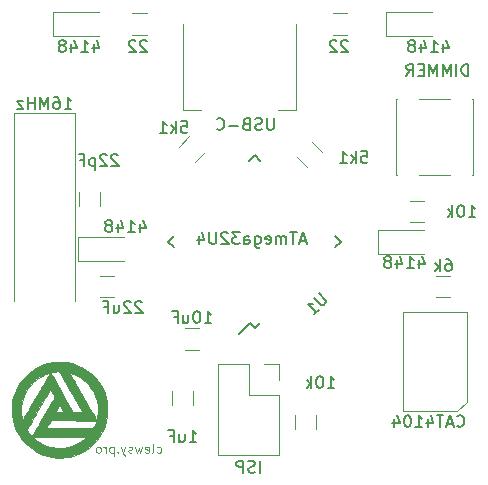
<source format=gbr>
G04 #@! TF.GenerationSoftware,KiCad,Pcbnew,5.1.5+dfsg1-2build2*
G04 #@! TF.CreationDate,2020-07-26T19:57:25+10:00*
G04 #@! TF.ProjectId,macr0,6d616372-302e-46b6-9963-61645f706362,rev?*
G04 #@! TF.SameCoordinates,Original*
G04 #@! TF.FileFunction,Legend,Bot*
G04 #@! TF.FilePolarity,Positive*
%FSLAX46Y46*%
G04 Gerber Fmt 4.6, Leading zero omitted, Abs format (unit mm)*
G04 Created by KiCad (PCBNEW 5.1.5+dfsg1-2build2) date 2020-07-26 19:57:25*
%MOMM*%
%LPD*%
G04 APERTURE LIST*
%ADD10C,0.125000*%
%ADD11C,0.010000*%
%ADD12C,0.120000*%
%ADD13C,0.150000*%
G04 APERTURE END LIST*
D10*
X129410714Y-117651571D02*
X129482142Y-117687285D01*
X129625000Y-117687285D01*
X129696428Y-117651571D01*
X129732142Y-117615857D01*
X129767857Y-117544428D01*
X129767857Y-117330142D01*
X129732142Y-117258714D01*
X129696428Y-117223000D01*
X129625000Y-117187285D01*
X129482142Y-117187285D01*
X129410714Y-117223000D01*
X128982142Y-117687285D02*
X129053571Y-117651571D01*
X129089285Y-117580142D01*
X129089285Y-116937285D01*
X128410714Y-117651571D02*
X128482142Y-117687285D01*
X128625000Y-117687285D01*
X128696428Y-117651571D01*
X128732142Y-117580142D01*
X128732142Y-117294428D01*
X128696428Y-117223000D01*
X128625000Y-117187285D01*
X128482142Y-117187285D01*
X128410714Y-117223000D01*
X128375000Y-117294428D01*
X128375000Y-117365857D01*
X128732142Y-117437285D01*
X128125000Y-117187285D02*
X127982142Y-117687285D01*
X127839285Y-117330142D01*
X127696428Y-117687285D01*
X127553571Y-117187285D01*
X127303571Y-117651571D02*
X127232142Y-117687285D01*
X127089285Y-117687285D01*
X127017857Y-117651571D01*
X126982142Y-117580142D01*
X126982142Y-117544428D01*
X127017857Y-117473000D01*
X127089285Y-117437285D01*
X127196428Y-117437285D01*
X127267857Y-117401571D01*
X127303571Y-117330142D01*
X127303571Y-117294428D01*
X127267857Y-117223000D01*
X127196428Y-117187285D01*
X127089285Y-117187285D01*
X127017857Y-117223000D01*
X126732142Y-117187285D02*
X126553571Y-117687285D01*
X126375000Y-117187285D02*
X126553571Y-117687285D01*
X126625000Y-117865857D01*
X126660714Y-117901571D01*
X126732142Y-117937285D01*
X126089285Y-117615857D02*
X126053571Y-117651571D01*
X126089285Y-117687285D01*
X126125000Y-117651571D01*
X126089285Y-117615857D01*
X126089285Y-117687285D01*
X125732142Y-117187285D02*
X125732142Y-117937285D01*
X125732142Y-117223000D02*
X125660714Y-117187285D01*
X125517857Y-117187285D01*
X125446428Y-117223000D01*
X125410714Y-117258714D01*
X125375000Y-117330142D01*
X125375000Y-117544428D01*
X125410714Y-117615857D01*
X125446428Y-117651571D01*
X125517857Y-117687285D01*
X125660714Y-117687285D01*
X125732142Y-117651571D01*
X125053571Y-117687285D02*
X125053571Y-117187285D01*
X125053571Y-117330142D02*
X125017857Y-117258714D01*
X124982142Y-117223000D01*
X124910714Y-117187285D01*
X124839285Y-117187285D01*
X124482142Y-117687285D02*
X124553571Y-117651571D01*
X124589285Y-117615857D01*
X124625000Y-117544428D01*
X124625000Y-117330142D01*
X124589285Y-117258714D01*
X124553571Y-117223000D01*
X124482142Y-117187285D01*
X124375000Y-117187285D01*
X124303571Y-117223000D01*
X124267857Y-117258714D01*
X124232142Y-117330142D01*
X124232142Y-117544428D01*
X124267857Y-117615857D01*
X124303571Y-117651571D01*
X124375000Y-117687285D01*
X124482142Y-117687285D01*
D11*
G36*
X120597640Y-110027533D02*
G01*
X120204791Y-110102179D01*
X119817960Y-110215889D01*
X119489954Y-110345898D01*
X119140320Y-110523894D01*
X118809197Y-110736587D01*
X118499530Y-110981133D01*
X118214262Y-111254688D01*
X117956338Y-111554408D01*
X117728702Y-111877451D01*
X117534297Y-112220972D01*
X117521041Y-112247680D01*
X117360946Y-112617618D01*
X117239695Y-112994361D01*
X117156561Y-113375456D01*
X117110814Y-113758452D01*
X117101727Y-114140899D01*
X117128571Y-114520345D01*
X117190619Y-114894340D01*
X117287142Y-115260431D01*
X117417413Y-115616169D01*
X117580703Y-115959103D01*
X117776284Y-116286780D01*
X118003427Y-116596750D01*
X118261406Y-116886563D01*
X118549491Y-117153767D01*
X118866954Y-117395910D01*
X119093714Y-117541701D01*
X119430641Y-117720286D01*
X119788251Y-117866326D01*
X120161439Y-117978688D01*
X120545101Y-118056238D01*
X120934132Y-118097841D01*
X121323427Y-118102364D01*
X121549829Y-118087310D01*
X121944382Y-118029330D01*
X122327260Y-117933598D01*
X122696216Y-117801891D01*
X123049005Y-117635987D01*
X123383383Y-117437663D01*
X123697103Y-117208698D01*
X123987920Y-116950869D01*
X124253590Y-116665955D01*
X124491866Y-116355732D01*
X124513052Y-116321840D01*
X123462408Y-116321840D01*
X123382084Y-116405049D01*
X123257492Y-116519533D01*
X123102259Y-116639096D01*
X122925057Y-116758513D01*
X122734557Y-116872561D01*
X122539431Y-116976015D01*
X122348350Y-117063650D01*
X122188502Y-117124178D01*
X121852244Y-117216201D01*
X121506906Y-117272138D01*
X121160020Y-117291137D01*
X120850273Y-117275699D01*
X120579212Y-117238622D01*
X120328083Y-117183168D01*
X120083880Y-117105530D01*
X119833593Y-117001901D01*
X119704664Y-116940418D01*
X119550452Y-116857465D01*
X119390863Y-116759915D01*
X119235567Y-116654485D01*
X119094236Y-116547894D01*
X118976541Y-116446859D01*
X118933917Y-116405049D01*
X118853593Y-116321840D01*
X123462408Y-116321840D01*
X124513052Y-116321840D01*
X124700503Y-116021979D01*
X124877256Y-115666473D01*
X124997746Y-115357303D01*
X125108665Y-114973089D01*
X125109785Y-114967000D01*
X124266960Y-114967000D01*
X124259547Y-114998460D01*
X124239628Y-115058191D01*
X124210688Y-115137103D01*
X124176209Y-115226104D01*
X124139674Y-115316102D01*
X124104568Y-115398007D01*
X124087226Y-115436106D01*
X124005437Y-115610640D01*
X122022919Y-115610640D01*
X121742865Y-115610525D01*
X121474597Y-115610191D01*
X121220869Y-115609655D01*
X120984434Y-115608931D01*
X120768047Y-115608036D01*
X120574462Y-115606986D01*
X120406434Y-115605797D01*
X120266716Y-115604485D01*
X120158063Y-115603065D01*
X120083228Y-115601553D01*
X120044967Y-115599965D01*
X120040400Y-115599187D01*
X120050234Y-115578831D01*
X120077540Y-115529331D01*
X120119023Y-115456478D01*
X120171391Y-115366061D01*
X120225335Y-115274067D01*
X120410269Y-114960400D01*
X122338615Y-114960400D01*
X122614740Y-114960467D01*
X122879042Y-114960665D01*
X123128728Y-114960982D01*
X123361005Y-114961410D01*
X123573080Y-114961939D01*
X123762161Y-114962559D01*
X123925455Y-114963261D01*
X124060170Y-114964035D01*
X124163513Y-114964872D01*
X124232691Y-114965762D01*
X124264911Y-114966695D01*
X124266960Y-114967000D01*
X125109785Y-114967000D01*
X125180286Y-114583942D01*
X125213218Y-114192598D01*
X125212481Y-114136624D01*
X124401631Y-114136624D01*
X124392286Y-114297434D01*
X124379165Y-114421236D01*
X124363209Y-114542516D01*
X124345566Y-114655204D01*
X124327390Y-114753229D01*
X124309828Y-114830520D01*
X124294033Y-114881005D01*
X124281154Y-114898613D01*
X124278619Y-114897268D01*
X124267653Y-114878966D01*
X124237682Y-114827691D01*
X124189998Y-114745679D01*
X124125895Y-114635165D01*
X124046666Y-114498385D01*
X123953603Y-114337572D01*
X123889380Y-114226517D01*
X123075052Y-114226517D01*
X123070136Y-114235580D01*
X123050504Y-114241687D01*
X123011123Y-114245254D01*
X122946959Y-114246697D01*
X122852978Y-114246432D01*
X122724146Y-114244877D01*
X122701741Y-114244562D01*
X122313178Y-114239040D01*
X122311002Y-114235272D01*
X121483120Y-114235272D01*
X121463935Y-114239974D01*
X121410912Y-114243999D01*
X121330852Y-114247054D01*
X121230556Y-114248848D01*
X121158000Y-114249200D01*
X121048227Y-114248378D01*
X120954284Y-114246106D01*
X120882974Y-114242677D01*
X120841096Y-114238380D01*
X120832880Y-114235272D01*
X120842565Y-114211322D01*
X120868756Y-114160946D01*
X120907163Y-114091470D01*
X120953496Y-114010221D01*
X121003461Y-113924524D01*
X121052768Y-113841706D01*
X121097126Y-113769091D01*
X121132243Y-113714008D01*
X121153827Y-113683781D01*
X121158000Y-113680240D01*
X121172030Y-113696772D01*
X121201538Y-113741485D01*
X121242235Y-113807053D01*
X121289828Y-113886149D01*
X121340026Y-113971448D01*
X121388539Y-114055623D01*
X121431074Y-114131349D01*
X121463340Y-114191299D01*
X121481046Y-114228148D01*
X121483120Y-114235272D01*
X122311002Y-114235272D01*
X121567268Y-112947707D01*
X120731280Y-112947707D01*
X120721390Y-112967778D01*
X120692830Y-113020124D01*
X120647268Y-113101838D01*
X120586371Y-113210008D01*
X120511806Y-113341727D01*
X120425241Y-113494083D01*
X120328342Y-113664169D01*
X120222777Y-113849074D01*
X120110213Y-114045889D01*
X119992317Y-114251704D01*
X119870756Y-114463610D01*
X119747199Y-114678698D01*
X119623311Y-114894058D01*
X119500760Y-115106780D01*
X119381213Y-115313955D01*
X119266338Y-115512674D01*
X119157802Y-115700027D01*
X119057272Y-115873105D01*
X118966414Y-116028998D01*
X118926506Y-116097248D01*
X118814112Y-116289216D01*
X118714714Y-116178528D01*
X118656679Y-116109419D01*
X118588599Y-116021667D01*
X118522402Y-115930814D01*
X118502187Y-115901602D01*
X118452623Y-115824191D01*
X118417487Y-115760040D01*
X118400752Y-115716826D01*
X118400566Y-115705371D01*
X118412785Y-115682249D01*
X118443607Y-115627090D01*
X118491314Y-115542867D01*
X118554190Y-115432554D01*
X118630517Y-115299123D01*
X118718578Y-115145548D01*
X118816656Y-114974802D01*
X118923034Y-114789858D01*
X119035996Y-114593690D01*
X119153823Y-114389269D01*
X119274799Y-114179570D01*
X119397207Y-113967565D01*
X119519330Y-113756227D01*
X119639451Y-113548531D01*
X119755852Y-113347448D01*
X119866817Y-113155952D01*
X119970628Y-112977015D01*
X120065569Y-112813612D01*
X120149922Y-112668715D01*
X120221970Y-112545298D01*
X120279997Y-112446333D01*
X120322285Y-112374793D01*
X120347117Y-112333652D01*
X120353016Y-112324689D01*
X120366661Y-112324266D01*
X120389482Y-112346394D01*
X120423710Y-112394269D01*
X120471577Y-112471086D01*
X120535313Y-112580041D01*
X120553480Y-112611786D01*
X120611148Y-112714194D01*
X120661010Y-112805254D01*
X120699795Y-112878786D01*
X120724233Y-112928609D01*
X120731280Y-112947707D01*
X121567268Y-112947707D01*
X121350711Y-112572800D01*
X121212854Y-112333735D01*
X121081195Y-112104636D01*
X120957115Y-111887945D01*
X120841991Y-111686107D01*
X120737204Y-111501566D01*
X120644132Y-111336765D01*
X120564153Y-111194148D01*
X120498647Y-111076160D01*
X120448993Y-110985245D01*
X120416569Y-110923845D01*
X120411979Y-110914062D01*
X120341595Y-110914062D01*
X120327547Y-110941331D01*
X120294944Y-111000160D01*
X120245356Y-111087857D01*
X120180351Y-111201730D01*
X120101500Y-111339090D01*
X120010372Y-111497243D01*
X119908537Y-111673500D01*
X119797563Y-111865170D01*
X119679021Y-112069560D01*
X119554479Y-112283980D01*
X119425508Y-112505739D01*
X119293676Y-112732146D01*
X119160554Y-112960509D01*
X119027710Y-113188138D01*
X118896715Y-113412341D01*
X118769138Y-113630427D01*
X118646547Y-113839705D01*
X118530513Y-114037484D01*
X118422606Y-114221073D01*
X118324394Y-114387780D01*
X118237447Y-114534914D01*
X118163334Y-114659785D01*
X118103626Y-114759701D01*
X118059891Y-114831971D01*
X118033699Y-114873903D01*
X118026435Y-114883803D01*
X118015549Y-114857818D01*
X117999791Y-114803425D01*
X117982441Y-114732028D01*
X117981258Y-114726720D01*
X117928721Y-114401156D01*
X117911197Y-114063322D01*
X117928400Y-113721079D01*
X117980041Y-113382289D01*
X118039372Y-113141486D01*
X118155355Y-112810964D01*
X118306661Y-112495700D01*
X118490559Y-112198734D01*
X118704315Y-111923103D01*
X118945196Y-111671846D01*
X119210469Y-111448000D01*
X119497400Y-111254604D01*
X119803257Y-111094695D01*
X119928640Y-111041443D01*
X120048005Y-110995491D01*
X120153747Y-110957686D01*
X120240697Y-110929622D01*
X120303687Y-110912893D01*
X120337548Y-110909092D01*
X120341595Y-110914062D01*
X120411979Y-110914062D01*
X120402756Y-110894406D01*
X120402453Y-110892165D01*
X120431505Y-110880135D01*
X120491965Y-110865886D01*
X120574759Y-110850803D01*
X120670814Y-110836269D01*
X120771059Y-110823667D01*
X120866420Y-110814382D01*
X120941272Y-110809983D01*
X121100463Y-110804960D01*
X122075365Y-112491520D01*
X122214796Y-112732747D01*
X122348677Y-112964398D01*
X122475578Y-113184000D01*
X122594071Y-113389078D01*
X122702726Y-113577158D01*
X122800114Y-113745766D01*
X122884806Y-113892427D01*
X122955374Y-114014667D01*
X123010387Y-114110011D01*
X123048417Y-114175987D01*
X123068035Y-114210118D01*
X123070286Y-114214082D01*
X123075052Y-114226517D01*
X123889380Y-114226517D01*
X123848000Y-114154964D01*
X123731149Y-113952794D01*
X123604344Y-113733299D01*
X123468877Y-113498714D01*
X123326041Y-113251273D01*
X123177130Y-112993213D01*
X123129734Y-112911057D01*
X122979404Y-112650210D01*
X122835047Y-112399238D01*
X122697934Y-112160376D01*
X122569337Y-111935859D01*
X122450526Y-111727925D01*
X122342773Y-111538808D01*
X122247348Y-111370744D01*
X122165524Y-111225970D01*
X122098570Y-111106721D01*
X122047759Y-111015233D01*
X122014361Y-110953742D01*
X121999648Y-110924484D01*
X121999087Y-110922300D01*
X122024496Y-110922070D01*
X122079968Y-110935687D01*
X122158383Y-110960606D01*
X122252617Y-110994280D01*
X122355547Y-111034164D01*
X122460051Y-111077711D01*
X122559006Y-111122377D01*
X122559510Y-111122616D01*
X122865011Y-111289361D01*
X123150269Y-111489480D01*
X123412738Y-111719760D01*
X123649869Y-111976990D01*
X123859113Y-112257957D01*
X124037924Y-112559448D01*
X124183754Y-112878253D01*
X124294053Y-113211158D01*
X124328928Y-113353305D01*
X124373160Y-113608418D01*
X124397777Y-113875220D01*
X124401631Y-114136624D01*
X125212481Y-114136624D01*
X125208071Y-113801796D01*
X125165455Y-113414271D01*
X125085982Y-113032760D01*
X124970262Y-112660001D01*
X124818904Y-112298731D01*
X124632519Y-111951686D01*
X124411718Y-111621604D01*
X124157111Y-111311221D01*
X124076071Y-111224276D01*
X123863690Y-111021990D01*
X123622585Y-110825436D01*
X123364572Y-110643180D01*
X123101469Y-110483789D01*
X122936000Y-110397798D01*
X122561462Y-110238884D01*
X122177392Y-110118800D01*
X121786384Y-110037583D01*
X121391028Y-109995274D01*
X120993916Y-109991911D01*
X120597640Y-110027533D01*
G37*
X120597640Y-110027533D02*
X120204791Y-110102179D01*
X119817960Y-110215889D01*
X119489954Y-110345898D01*
X119140320Y-110523894D01*
X118809197Y-110736587D01*
X118499530Y-110981133D01*
X118214262Y-111254688D01*
X117956338Y-111554408D01*
X117728702Y-111877451D01*
X117534297Y-112220972D01*
X117521041Y-112247680D01*
X117360946Y-112617618D01*
X117239695Y-112994361D01*
X117156561Y-113375456D01*
X117110814Y-113758452D01*
X117101727Y-114140899D01*
X117128571Y-114520345D01*
X117190619Y-114894340D01*
X117287142Y-115260431D01*
X117417413Y-115616169D01*
X117580703Y-115959103D01*
X117776284Y-116286780D01*
X118003427Y-116596750D01*
X118261406Y-116886563D01*
X118549491Y-117153767D01*
X118866954Y-117395910D01*
X119093714Y-117541701D01*
X119430641Y-117720286D01*
X119788251Y-117866326D01*
X120161439Y-117978688D01*
X120545101Y-118056238D01*
X120934132Y-118097841D01*
X121323427Y-118102364D01*
X121549829Y-118087310D01*
X121944382Y-118029330D01*
X122327260Y-117933598D01*
X122696216Y-117801891D01*
X123049005Y-117635987D01*
X123383383Y-117437663D01*
X123697103Y-117208698D01*
X123987920Y-116950869D01*
X124253590Y-116665955D01*
X124491866Y-116355732D01*
X124513052Y-116321840D01*
X123462408Y-116321840D01*
X123382084Y-116405049D01*
X123257492Y-116519533D01*
X123102259Y-116639096D01*
X122925057Y-116758513D01*
X122734557Y-116872561D01*
X122539431Y-116976015D01*
X122348350Y-117063650D01*
X122188502Y-117124178D01*
X121852244Y-117216201D01*
X121506906Y-117272138D01*
X121160020Y-117291137D01*
X120850273Y-117275699D01*
X120579212Y-117238622D01*
X120328083Y-117183168D01*
X120083880Y-117105530D01*
X119833593Y-117001901D01*
X119704664Y-116940418D01*
X119550452Y-116857465D01*
X119390863Y-116759915D01*
X119235567Y-116654485D01*
X119094236Y-116547894D01*
X118976541Y-116446859D01*
X118933917Y-116405049D01*
X118853593Y-116321840D01*
X123462408Y-116321840D01*
X124513052Y-116321840D01*
X124700503Y-116021979D01*
X124877256Y-115666473D01*
X124997746Y-115357303D01*
X125108665Y-114973089D01*
X125109785Y-114967000D01*
X124266960Y-114967000D01*
X124259547Y-114998460D01*
X124239628Y-115058191D01*
X124210688Y-115137103D01*
X124176209Y-115226104D01*
X124139674Y-115316102D01*
X124104568Y-115398007D01*
X124087226Y-115436106D01*
X124005437Y-115610640D01*
X122022919Y-115610640D01*
X121742865Y-115610525D01*
X121474597Y-115610191D01*
X121220869Y-115609655D01*
X120984434Y-115608931D01*
X120768047Y-115608036D01*
X120574462Y-115606986D01*
X120406434Y-115605797D01*
X120266716Y-115604485D01*
X120158063Y-115603065D01*
X120083228Y-115601553D01*
X120044967Y-115599965D01*
X120040400Y-115599187D01*
X120050234Y-115578831D01*
X120077540Y-115529331D01*
X120119023Y-115456478D01*
X120171391Y-115366061D01*
X120225335Y-115274067D01*
X120410269Y-114960400D01*
X122338615Y-114960400D01*
X122614740Y-114960467D01*
X122879042Y-114960665D01*
X123128728Y-114960982D01*
X123361005Y-114961410D01*
X123573080Y-114961939D01*
X123762161Y-114962559D01*
X123925455Y-114963261D01*
X124060170Y-114964035D01*
X124163513Y-114964872D01*
X124232691Y-114965762D01*
X124264911Y-114966695D01*
X124266960Y-114967000D01*
X125109785Y-114967000D01*
X125180286Y-114583942D01*
X125213218Y-114192598D01*
X125212481Y-114136624D01*
X124401631Y-114136624D01*
X124392286Y-114297434D01*
X124379165Y-114421236D01*
X124363209Y-114542516D01*
X124345566Y-114655204D01*
X124327390Y-114753229D01*
X124309828Y-114830520D01*
X124294033Y-114881005D01*
X124281154Y-114898613D01*
X124278619Y-114897268D01*
X124267653Y-114878966D01*
X124237682Y-114827691D01*
X124189998Y-114745679D01*
X124125895Y-114635165D01*
X124046666Y-114498385D01*
X123953603Y-114337572D01*
X123889380Y-114226517D01*
X123075052Y-114226517D01*
X123070136Y-114235580D01*
X123050504Y-114241687D01*
X123011123Y-114245254D01*
X122946959Y-114246697D01*
X122852978Y-114246432D01*
X122724146Y-114244877D01*
X122701741Y-114244562D01*
X122313178Y-114239040D01*
X122311002Y-114235272D01*
X121483120Y-114235272D01*
X121463935Y-114239974D01*
X121410912Y-114243999D01*
X121330852Y-114247054D01*
X121230556Y-114248848D01*
X121158000Y-114249200D01*
X121048227Y-114248378D01*
X120954284Y-114246106D01*
X120882974Y-114242677D01*
X120841096Y-114238380D01*
X120832880Y-114235272D01*
X120842565Y-114211322D01*
X120868756Y-114160946D01*
X120907163Y-114091470D01*
X120953496Y-114010221D01*
X121003461Y-113924524D01*
X121052768Y-113841706D01*
X121097126Y-113769091D01*
X121132243Y-113714008D01*
X121153827Y-113683781D01*
X121158000Y-113680240D01*
X121172030Y-113696772D01*
X121201538Y-113741485D01*
X121242235Y-113807053D01*
X121289828Y-113886149D01*
X121340026Y-113971448D01*
X121388539Y-114055623D01*
X121431074Y-114131349D01*
X121463340Y-114191299D01*
X121481046Y-114228148D01*
X121483120Y-114235272D01*
X122311002Y-114235272D01*
X121567268Y-112947707D01*
X120731280Y-112947707D01*
X120721390Y-112967778D01*
X120692830Y-113020124D01*
X120647268Y-113101838D01*
X120586371Y-113210008D01*
X120511806Y-113341727D01*
X120425241Y-113494083D01*
X120328342Y-113664169D01*
X120222777Y-113849074D01*
X120110213Y-114045889D01*
X119992317Y-114251704D01*
X119870756Y-114463610D01*
X119747199Y-114678698D01*
X119623311Y-114894058D01*
X119500760Y-115106780D01*
X119381213Y-115313955D01*
X119266338Y-115512674D01*
X119157802Y-115700027D01*
X119057272Y-115873105D01*
X118966414Y-116028998D01*
X118926506Y-116097248D01*
X118814112Y-116289216D01*
X118714714Y-116178528D01*
X118656679Y-116109419D01*
X118588599Y-116021667D01*
X118522402Y-115930814D01*
X118502187Y-115901602D01*
X118452623Y-115824191D01*
X118417487Y-115760040D01*
X118400752Y-115716826D01*
X118400566Y-115705371D01*
X118412785Y-115682249D01*
X118443607Y-115627090D01*
X118491314Y-115542867D01*
X118554190Y-115432554D01*
X118630517Y-115299123D01*
X118718578Y-115145548D01*
X118816656Y-114974802D01*
X118923034Y-114789858D01*
X119035996Y-114593690D01*
X119153823Y-114389269D01*
X119274799Y-114179570D01*
X119397207Y-113967565D01*
X119519330Y-113756227D01*
X119639451Y-113548531D01*
X119755852Y-113347448D01*
X119866817Y-113155952D01*
X119970628Y-112977015D01*
X120065569Y-112813612D01*
X120149922Y-112668715D01*
X120221970Y-112545298D01*
X120279997Y-112446333D01*
X120322285Y-112374793D01*
X120347117Y-112333652D01*
X120353016Y-112324689D01*
X120366661Y-112324266D01*
X120389482Y-112346394D01*
X120423710Y-112394269D01*
X120471577Y-112471086D01*
X120535313Y-112580041D01*
X120553480Y-112611786D01*
X120611148Y-112714194D01*
X120661010Y-112805254D01*
X120699795Y-112878786D01*
X120724233Y-112928609D01*
X120731280Y-112947707D01*
X121567268Y-112947707D01*
X121350711Y-112572800D01*
X121212854Y-112333735D01*
X121081195Y-112104636D01*
X120957115Y-111887945D01*
X120841991Y-111686107D01*
X120737204Y-111501566D01*
X120644132Y-111336765D01*
X120564153Y-111194148D01*
X120498647Y-111076160D01*
X120448993Y-110985245D01*
X120416569Y-110923845D01*
X120411979Y-110914062D01*
X120341595Y-110914062D01*
X120327547Y-110941331D01*
X120294944Y-111000160D01*
X120245356Y-111087857D01*
X120180351Y-111201730D01*
X120101500Y-111339090D01*
X120010372Y-111497243D01*
X119908537Y-111673500D01*
X119797563Y-111865170D01*
X119679021Y-112069560D01*
X119554479Y-112283980D01*
X119425508Y-112505739D01*
X119293676Y-112732146D01*
X119160554Y-112960509D01*
X119027710Y-113188138D01*
X118896715Y-113412341D01*
X118769138Y-113630427D01*
X118646547Y-113839705D01*
X118530513Y-114037484D01*
X118422606Y-114221073D01*
X118324394Y-114387780D01*
X118237447Y-114534914D01*
X118163334Y-114659785D01*
X118103626Y-114759701D01*
X118059891Y-114831971D01*
X118033699Y-114873903D01*
X118026435Y-114883803D01*
X118015549Y-114857818D01*
X117999791Y-114803425D01*
X117982441Y-114732028D01*
X117981258Y-114726720D01*
X117928721Y-114401156D01*
X117911197Y-114063322D01*
X117928400Y-113721079D01*
X117980041Y-113382289D01*
X118039372Y-113141486D01*
X118155355Y-112810964D01*
X118306661Y-112495700D01*
X118490559Y-112198734D01*
X118704315Y-111923103D01*
X118945196Y-111671846D01*
X119210469Y-111448000D01*
X119497400Y-111254604D01*
X119803257Y-111094695D01*
X119928640Y-111041443D01*
X120048005Y-110995491D01*
X120153747Y-110957686D01*
X120240697Y-110929622D01*
X120303687Y-110912893D01*
X120337548Y-110909092D01*
X120341595Y-110914062D01*
X120411979Y-110914062D01*
X120402756Y-110894406D01*
X120402453Y-110892165D01*
X120431505Y-110880135D01*
X120491965Y-110865886D01*
X120574759Y-110850803D01*
X120670814Y-110836269D01*
X120771059Y-110823667D01*
X120866420Y-110814382D01*
X120941272Y-110809983D01*
X121100463Y-110804960D01*
X122075365Y-112491520D01*
X122214796Y-112732747D01*
X122348677Y-112964398D01*
X122475578Y-113184000D01*
X122594071Y-113389078D01*
X122702726Y-113577158D01*
X122800114Y-113745766D01*
X122884806Y-113892427D01*
X122955374Y-114014667D01*
X123010387Y-114110011D01*
X123048417Y-114175987D01*
X123068035Y-114210118D01*
X123070286Y-114214082D01*
X123075052Y-114226517D01*
X123889380Y-114226517D01*
X123848000Y-114154964D01*
X123731149Y-113952794D01*
X123604344Y-113733299D01*
X123468877Y-113498714D01*
X123326041Y-113251273D01*
X123177130Y-112993213D01*
X123129734Y-112911057D01*
X122979404Y-112650210D01*
X122835047Y-112399238D01*
X122697934Y-112160376D01*
X122569337Y-111935859D01*
X122450526Y-111727925D01*
X122342773Y-111538808D01*
X122247348Y-111370744D01*
X122165524Y-111225970D01*
X122098570Y-111106721D01*
X122047759Y-111015233D01*
X122014361Y-110953742D01*
X121999648Y-110924484D01*
X121999087Y-110922300D01*
X122024496Y-110922070D01*
X122079968Y-110935687D01*
X122158383Y-110960606D01*
X122252617Y-110994280D01*
X122355547Y-111034164D01*
X122460051Y-111077711D01*
X122559006Y-111122377D01*
X122559510Y-111122616D01*
X122865011Y-111289361D01*
X123150269Y-111489480D01*
X123412738Y-111719760D01*
X123649869Y-111976990D01*
X123859113Y-112257957D01*
X124037924Y-112559448D01*
X124183754Y-112878253D01*
X124294053Y-113211158D01*
X124328928Y-113353305D01*
X124373160Y-113608418D01*
X124397777Y-113875220D01*
X124401631Y-114136624D01*
X125212481Y-114136624D01*
X125208071Y-113801796D01*
X125165455Y-113414271D01*
X125085982Y-113032760D01*
X124970262Y-112660001D01*
X124818904Y-112298731D01*
X124632519Y-111951686D01*
X124411718Y-111621604D01*
X124157111Y-111311221D01*
X124076071Y-111224276D01*
X123863690Y-111021990D01*
X123622585Y-110825436D01*
X123364572Y-110643180D01*
X123101469Y-110483789D01*
X122936000Y-110397798D01*
X122561462Y-110238884D01*
X122177392Y-110118800D01*
X121786384Y-110037583D01*
X121391028Y-109995274D01*
X120993916Y-109991911D01*
X120597640Y-110027533D01*
D12*
X122788000Y-95627436D02*
X122788000Y-96831564D01*
X124608000Y-95627436D02*
X124608000Y-96831564D01*
X124583436Y-104542000D02*
X125787564Y-104542000D01*
X124583436Y-102722000D02*
X125787564Y-102722000D01*
X132482000Y-112464436D02*
X132482000Y-113668564D01*
X130662000Y-112464436D02*
X130662000Y-113668564D01*
X131768436Y-107167000D02*
X132972564Y-107167000D01*
X131768436Y-108987000D02*
X132972564Y-108987000D01*
X120558000Y-82407000D02*
X124458000Y-82407000D01*
X120558000Y-80407000D02*
X124458000Y-80407000D01*
X120558000Y-82407000D02*
X120558000Y-80407000D01*
X148753000Y-82407000D02*
X148753000Y-80407000D01*
X148753000Y-80407000D02*
X152653000Y-80407000D01*
X148753000Y-82407000D02*
X152653000Y-82407000D01*
X122718000Y-101457000D02*
X122718000Y-99457000D01*
X122718000Y-99457000D02*
X126618000Y-99457000D01*
X122718000Y-101457000D02*
X126618000Y-101457000D01*
X148118000Y-100822000D02*
X152018000Y-100822000D01*
X148118000Y-98822000D02*
X152018000Y-98822000D01*
X148118000Y-100822000D02*
X148118000Y-98822000D01*
X139648000Y-88682000D02*
X141148000Y-88682000D01*
X141148000Y-88682000D02*
X141148000Y-81422000D01*
X131648000Y-88682000D02*
X131648000Y-81422000D01*
X131648000Y-88682000D02*
X133148000Y-88682000D01*
X142896000Y-114496436D02*
X142896000Y-115700564D01*
X141076000Y-114496436D02*
X141076000Y-115700564D01*
X150818436Y-98192000D02*
X152022564Y-98192000D01*
X150818436Y-96372000D02*
X152022564Y-96372000D01*
X131301309Y-91766077D02*
X132152756Y-90914630D01*
X132588244Y-93053012D02*
X133439691Y-92201565D01*
X143400370Y-92202435D02*
X142548923Y-91350988D01*
X142113435Y-93489370D02*
X141261988Y-92637923D01*
X127323436Y-82317000D02*
X128527564Y-82317000D01*
X127323436Y-80497000D02*
X128527564Y-80497000D01*
X145472564Y-82317000D02*
X144268436Y-82317000D01*
X145472564Y-80497000D02*
X144268436Y-80497000D01*
X153031436Y-104542000D02*
X154235564Y-104542000D01*
X153031436Y-102722000D02*
X154235564Y-102722000D01*
X149678000Y-94162000D02*
X149708000Y-94162000D01*
X156138000Y-94162000D02*
X156108000Y-94162000D01*
X156138000Y-87702000D02*
X156108000Y-87702000D01*
X149708000Y-87702000D02*
X149678000Y-87702000D01*
X151608000Y-94162000D02*
X154208000Y-94162000D01*
X149678000Y-87702000D02*
X149678000Y-94162000D01*
X151608000Y-87702000D02*
X154208000Y-87702000D01*
X156138000Y-87702000D02*
X156138000Y-94162000D01*
D13*
X137668000Y-107140555D02*
X137261414Y-106733969D01*
X144986555Y-99822000D02*
X144509258Y-99344703D01*
X137668000Y-92503445D02*
X138145297Y-92980742D01*
X130349445Y-99822000D02*
X130826742Y-100299297D01*
X137668000Y-107140555D02*
X138145297Y-106663258D01*
X130349445Y-99822000D02*
X130826742Y-99344703D01*
X137668000Y-92503445D02*
X137190703Y-92980742D01*
X144986555Y-99822000D02*
X144509258Y-100299297D01*
X137261414Y-106733969D02*
X136359852Y-107635530D01*
D12*
X154813000Y-114182000D02*
X155613000Y-113382000D01*
X155613000Y-113382000D02*
X155613000Y-105782000D01*
X155613000Y-105782000D02*
X150203000Y-105782000D01*
X150203000Y-105782000D02*
X150203000Y-114182000D01*
X150203000Y-114182000D02*
X154813000Y-114182000D01*
X117338000Y-104864500D02*
X117338000Y-88889500D01*
X117338000Y-88889500D02*
X122438000Y-88889500D01*
X122438000Y-88889500D02*
X122438000Y-104864500D01*
X139760000Y-110176000D02*
X138430000Y-110176000D01*
X139760000Y-111506000D02*
X139760000Y-110176000D01*
X137160000Y-110176000D02*
X134560000Y-110176000D01*
X137160000Y-112776000D02*
X137160000Y-110176000D01*
X139760000Y-112776000D02*
X137160000Y-112776000D01*
X134560000Y-110176000D02*
X134560000Y-117916000D01*
X139760000Y-112776000D02*
X139760000Y-117916000D01*
X139760000Y-117916000D02*
X134560000Y-117916000D01*
D13*
X126102857Y-92511619D02*
X126055238Y-92464000D01*
X125960000Y-92416380D01*
X125721904Y-92416380D01*
X125626666Y-92464000D01*
X125579047Y-92511619D01*
X125531428Y-92606857D01*
X125531428Y-92702095D01*
X125579047Y-92844952D01*
X126150476Y-93416380D01*
X125531428Y-93416380D01*
X125150476Y-92511619D02*
X125102857Y-92464000D01*
X125007619Y-92416380D01*
X124769523Y-92416380D01*
X124674285Y-92464000D01*
X124626666Y-92511619D01*
X124579047Y-92606857D01*
X124579047Y-92702095D01*
X124626666Y-92844952D01*
X125198095Y-93416380D01*
X124579047Y-93416380D01*
X124150476Y-92749714D02*
X124150476Y-93749714D01*
X124150476Y-92797333D02*
X124055238Y-92749714D01*
X123864761Y-92749714D01*
X123769523Y-92797333D01*
X123721904Y-92844952D01*
X123674285Y-92940190D01*
X123674285Y-93225904D01*
X123721904Y-93321142D01*
X123769523Y-93368761D01*
X123864761Y-93416380D01*
X124055238Y-93416380D01*
X124150476Y-93368761D01*
X122912380Y-92892571D02*
X123245714Y-92892571D01*
X123245714Y-93416380D02*
X123245714Y-92416380D01*
X122769523Y-92416380D01*
X128134857Y-104957619D02*
X128087238Y-104910000D01*
X127992000Y-104862380D01*
X127753904Y-104862380D01*
X127658666Y-104910000D01*
X127611047Y-104957619D01*
X127563428Y-105052857D01*
X127563428Y-105148095D01*
X127611047Y-105290952D01*
X128182476Y-105862380D01*
X127563428Y-105862380D01*
X127182476Y-104957619D02*
X127134857Y-104910000D01*
X127039619Y-104862380D01*
X126801523Y-104862380D01*
X126706285Y-104910000D01*
X126658666Y-104957619D01*
X126611047Y-105052857D01*
X126611047Y-105148095D01*
X126658666Y-105290952D01*
X127230095Y-105862380D01*
X126611047Y-105862380D01*
X125753904Y-105195714D02*
X125753904Y-105862380D01*
X126182476Y-105195714D02*
X126182476Y-105719523D01*
X126134857Y-105814761D01*
X126039619Y-105862380D01*
X125896761Y-105862380D01*
X125801523Y-105814761D01*
X125753904Y-105767142D01*
X124944380Y-105338571D02*
X125277714Y-105338571D01*
X125277714Y-105862380D02*
X125277714Y-104862380D01*
X124801523Y-104862380D01*
X132167238Y-116784380D02*
X132738666Y-116784380D01*
X132452952Y-116784380D02*
X132452952Y-115784380D01*
X132548190Y-115927238D01*
X132643428Y-116022476D01*
X132738666Y-116070095D01*
X131310095Y-116117714D02*
X131310095Y-116784380D01*
X131738666Y-116117714D02*
X131738666Y-116641523D01*
X131691047Y-116736761D01*
X131595809Y-116784380D01*
X131452952Y-116784380D01*
X131357714Y-116736761D01*
X131310095Y-116689142D01*
X130500571Y-116260571D02*
X130833904Y-116260571D01*
X130833904Y-116784380D02*
X130833904Y-115784380D01*
X130357714Y-115784380D01*
X133441928Y-106709380D02*
X134013357Y-106709380D01*
X133727642Y-106709380D02*
X133727642Y-105709380D01*
X133822880Y-105852238D01*
X133918119Y-105947476D01*
X134013357Y-105995095D01*
X132822880Y-105709380D02*
X132727642Y-105709380D01*
X132632404Y-105757000D01*
X132584785Y-105804619D01*
X132537166Y-105899857D01*
X132489547Y-106090333D01*
X132489547Y-106328428D01*
X132537166Y-106518904D01*
X132584785Y-106614142D01*
X132632404Y-106661761D01*
X132727642Y-106709380D01*
X132822880Y-106709380D01*
X132918119Y-106661761D01*
X132965738Y-106614142D01*
X133013357Y-106518904D01*
X133060976Y-106328428D01*
X133060976Y-106090333D01*
X133013357Y-105899857D01*
X132965738Y-105804619D01*
X132918119Y-105757000D01*
X132822880Y-105709380D01*
X131632404Y-106042714D02*
X131632404Y-106709380D01*
X132060976Y-106042714D02*
X132060976Y-106566523D01*
X132013357Y-106661761D01*
X131918119Y-106709380D01*
X131775261Y-106709380D01*
X131680023Y-106661761D01*
X131632404Y-106614142D01*
X130822880Y-106185571D02*
X131156214Y-106185571D01*
X131156214Y-106709380D02*
X131156214Y-105709380D01*
X130680023Y-105709380D01*
X124046095Y-83097714D02*
X124046095Y-83764380D01*
X124284190Y-82716761D02*
X124522285Y-83431047D01*
X123903238Y-83431047D01*
X122998476Y-83764380D02*
X123569904Y-83764380D01*
X123284190Y-83764380D02*
X123284190Y-82764380D01*
X123379428Y-82907238D01*
X123474666Y-83002476D01*
X123569904Y-83050095D01*
X122141333Y-83097714D02*
X122141333Y-83764380D01*
X122379428Y-82716761D02*
X122617523Y-83431047D01*
X121998476Y-83431047D01*
X121474666Y-83192952D02*
X121569904Y-83145333D01*
X121617523Y-83097714D01*
X121665142Y-83002476D01*
X121665142Y-82954857D01*
X121617523Y-82859619D01*
X121569904Y-82812000D01*
X121474666Y-82764380D01*
X121284190Y-82764380D01*
X121188952Y-82812000D01*
X121141333Y-82859619D01*
X121093714Y-82954857D01*
X121093714Y-83002476D01*
X121141333Y-83097714D01*
X121188952Y-83145333D01*
X121284190Y-83192952D01*
X121474666Y-83192952D01*
X121569904Y-83240571D01*
X121617523Y-83288190D01*
X121665142Y-83383428D01*
X121665142Y-83573904D01*
X121617523Y-83669142D01*
X121569904Y-83716761D01*
X121474666Y-83764380D01*
X121284190Y-83764380D01*
X121188952Y-83716761D01*
X121141333Y-83669142D01*
X121093714Y-83573904D01*
X121093714Y-83383428D01*
X121141333Y-83288190D01*
X121188952Y-83240571D01*
X121284190Y-83192952D01*
X153638095Y-83097714D02*
X153638095Y-83764380D01*
X153876190Y-82716761D02*
X154114285Y-83431047D01*
X153495238Y-83431047D01*
X152590476Y-83764380D02*
X153161904Y-83764380D01*
X152876190Y-83764380D02*
X152876190Y-82764380D01*
X152971428Y-82907238D01*
X153066666Y-83002476D01*
X153161904Y-83050095D01*
X151733333Y-83097714D02*
X151733333Y-83764380D01*
X151971428Y-82716761D02*
X152209523Y-83431047D01*
X151590476Y-83431047D01*
X151066666Y-83192952D02*
X151161904Y-83145333D01*
X151209523Y-83097714D01*
X151257142Y-83002476D01*
X151257142Y-82954857D01*
X151209523Y-82859619D01*
X151161904Y-82812000D01*
X151066666Y-82764380D01*
X150876190Y-82764380D01*
X150780952Y-82812000D01*
X150733333Y-82859619D01*
X150685714Y-82954857D01*
X150685714Y-83002476D01*
X150733333Y-83097714D01*
X150780952Y-83145333D01*
X150876190Y-83192952D01*
X151066666Y-83192952D01*
X151161904Y-83240571D01*
X151209523Y-83288190D01*
X151257142Y-83383428D01*
X151257142Y-83573904D01*
X151209523Y-83669142D01*
X151161904Y-83716761D01*
X151066666Y-83764380D01*
X150876190Y-83764380D01*
X150780952Y-83716761D01*
X150733333Y-83669142D01*
X150685714Y-83573904D01*
X150685714Y-83383428D01*
X150733333Y-83288190D01*
X150780952Y-83240571D01*
X150876190Y-83192952D01*
X127984095Y-98337714D02*
X127984095Y-99004380D01*
X128222190Y-97956761D02*
X128460285Y-98671047D01*
X127841238Y-98671047D01*
X126936476Y-99004380D02*
X127507904Y-99004380D01*
X127222190Y-99004380D02*
X127222190Y-98004380D01*
X127317428Y-98147238D01*
X127412666Y-98242476D01*
X127507904Y-98290095D01*
X126079333Y-98337714D02*
X126079333Y-99004380D01*
X126317428Y-97956761D02*
X126555523Y-98671047D01*
X125936476Y-98671047D01*
X125412666Y-98432952D02*
X125507904Y-98385333D01*
X125555523Y-98337714D01*
X125603142Y-98242476D01*
X125603142Y-98194857D01*
X125555523Y-98099619D01*
X125507904Y-98052000D01*
X125412666Y-98004380D01*
X125222190Y-98004380D01*
X125126952Y-98052000D01*
X125079333Y-98099619D01*
X125031714Y-98194857D01*
X125031714Y-98242476D01*
X125079333Y-98337714D01*
X125126952Y-98385333D01*
X125222190Y-98432952D01*
X125412666Y-98432952D01*
X125507904Y-98480571D01*
X125555523Y-98528190D01*
X125603142Y-98623428D01*
X125603142Y-98813904D01*
X125555523Y-98909142D01*
X125507904Y-98956761D01*
X125412666Y-99004380D01*
X125222190Y-99004380D01*
X125126952Y-98956761D01*
X125079333Y-98909142D01*
X125031714Y-98813904D01*
X125031714Y-98623428D01*
X125079333Y-98528190D01*
X125126952Y-98480571D01*
X125222190Y-98432952D01*
X151606095Y-101385714D02*
X151606095Y-102052380D01*
X151844190Y-101004761D02*
X152082285Y-101719047D01*
X151463238Y-101719047D01*
X150558476Y-102052380D02*
X151129904Y-102052380D01*
X150844190Y-102052380D02*
X150844190Y-101052380D01*
X150939428Y-101195238D01*
X151034666Y-101290476D01*
X151129904Y-101338095D01*
X149701333Y-101385714D02*
X149701333Y-102052380D01*
X149939428Y-101004761D02*
X150177523Y-101719047D01*
X149558476Y-101719047D01*
X149034666Y-101480952D02*
X149129904Y-101433333D01*
X149177523Y-101385714D01*
X149225142Y-101290476D01*
X149225142Y-101242857D01*
X149177523Y-101147619D01*
X149129904Y-101100000D01*
X149034666Y-101052380D01*
X148844190Y-101052380D01*
X148748952Y-101100000D01*
X148701333Y-101147619D01*
X148653714Y-101242857D01*
X148653714Y-101290476D01*
X148701333Y-101385714D01*
X148748952Y-101433333D01*
X148844190Y-101480952D01*
X149034666Y-101480952D01*
X149129904Y-101528571D01*
X149177523Y-101576190D01*
X149225142Y-101671428D01*
X149225142Y-101861904D01*
X149177523Y-101957142D01*
X149129904Y-102004761D01*
X149034666Y-102052380D01*
X148844190Y-102052380D01*
X148748952Y-102004761D01*
X148701333Y-101957142D01*
X148653714Y-101861904D01*
X148653714Y-101671428D01*
X148701333Y-101576190D01*
X148748952Y-101528571D01*
X148844190Y-101480952D01*
X139286952Y-89368380D02*
X139286952Y-90177904D01*
X139239333Y-90273142D01*
X139191714Y-90320761D01*
X139096476Y-90368380D01*
X138906000Y-90368380D01*
X138810761Y-90320761D01*
X138763142Y-90273142D01*
X138715523Y-90177904D01*
X138715523Y-89368380D01*
X138286952Y-90320761D02*
X138144095Y-90368380D01*
X137906000Y-90368380D01*
X137810761Y-90320761D01*
X137763142Y-90273142D01*
X137715523Y-90177904D01*
X137715523Y-90082666D01*
X137763142Y-89987428D01*
X137810761Y-89939809D01*
X137906000Y-89892190D01*
X138096476Y-89844571D01*
X138191714Y-89796952D01*
X138239333Y-89749333D01*
X138286952Y-89654095D01*
X138286952Y-89558857D01*
X138239333Y-89463619D01*
X138191714Y-89416000D01*
X138096476Y-89368380D01*
X137858380Y-89368380D01*
X137715523Y-89416000D01*
X136953619Y-89844571D02*
X136810761Y-89892190D01*
X136763142Y-89939809D01*
X136715523Y-90035047D01*
X136715523Y-90177904D01*
X136763142Y-90273142D01*
X136810761Y-90320761D01*
X136906000Y-90368380D01*
X137286952Y-90368380D01*
X137286952Y-89368380D01*
X136953619Y-89368380D01*
X136858380Y-89416000D01*
X136810761Y-89463619D01*
X136763142Y-89558857D01*
X136763142Y-89654095D01*
X136810761Y-89749333D01*
X136858380Y-89796952D01*
X136953619Y-89844571D01*
X137286952Y-89844571D01*
X136286952Y-89987428D02*
X135525047Y-89987428D01*
X134477428Y-90273142D02*
X134525047Y-90320761D01*
X134667904Y-90368380D01*
X134763142Y-90368380D01*
X134906000Y-90320761D01*
X135001238Y-90225523D01*
X135048857Y-90130285D01*
X135096476Y-89939809D01*
X135096476Y-89796952D01*
X135048857Y-89606476D01*
X135001238Y-89511238D01*
X134906000Y-89416000D01*
X134763142Y-89368380D01*
X134667904Y-89368380D01*
X134525047Y-89416000D01*
X134477428Y-89463619D01*
X143851238Y-112212380D02*
X144422666Y-112212380D01*
X144136952Y-112212380D02*
X144136952Y-111212380D01*
X144232190Y-111355238D01*
X144327428Y-111450476D01*
X144422666Y-111498095D01*
X143232190Y-111212380D02*
X143136952Y-111212380D01*
X143041714Y-111260000D01*
X142994095Y-111307619D01*
X142946476Y-111402857D01*
X142898857Y-111593333D01*
X142898857Y-111831428D01*
X142946476Y-112021904D01*
X142994095Y-112117142D01*
X143041714Y-112164761D01*
X143136952Y-112212380D01*
X143232190Y-112212380D01*
X143327428Y-112164761D01*
X143375047Y-112117142D01*
X143422666Y-112021904D01*
X143470285Y-111831428D01*
X143470285Y-111593333D01*
X143422666Y-111402857D01*
X143375047Y-111307619D01*
X143327428Y-111260000D01*
X143232190Y-111212380D01*
X142470285Y-112212380D02*
X142470285Y-111212380D01*
X142375047Y-111831428D02*
X142089333Y-112212380D01*
X142089333Y-111545714D02*
X142470285Y-111926666D01*
X155789238Y-97734380D02*
X156360666Y-97734380D01*
X156074952Y-97734380D02*
X156074952Y-96734380D01*
X156170190Y-96877238D01*
X156265428Y-96972476D01*
X156360666Y-97020095D01*
X155170190Y-96734380D02*
X155074952Y-96734380D01*
X154979714Y-96782000D01*
X154932095Y-96829619D01*
X154884476Y-96924857D01*
X154836857Y-97115333D01*
X154836857Y-97353428D01*
X154884476Y-97543904D01*
X154932095Y-97639142D01*
X154979714Y-97686761D01*
X155074952Y-97734380D01*
X155170190Y-97734380D01*
X155265428Y-97686761D01*
X155313047Y-97639142D01*
X155360666Y-97543904D01*
X155408285Y-97353428D01*
X155408285Y-97115333D01*
X155360666Y-96924857D01*
X155313047Y-96829619D01*
X155265428Y-96782000D01*
X155170190Y-96734380D01*
X154408285Y-97734380D02*
X154408285Y-96734380D01*
X154313047Y-97353428D02*
X154027333Y-97734380D01*
X154027333Y-97067714D02*
X154408285Y-97448666D01*
X131452857Y-89622380D02*
X131929047Y-89622380D01*
X131976666Y-90098571D01*
X131929047Y-90050952D01*
X131833809Y-90003333D01*
X131595714Y-90003333D01*
X131500476Y-90050952D01*
X131452857Y-90098571D01*
X131405238Y-90193809D01*
X131405238Y-90431904D01*
X131452857Y-90527142D01*
X131500476Y-90574761D01*
X131595714Y-90622380D01*
X131833809Y-90622380D01*
X131929047Y-90574761D01*
X131976666Y-90527142D01*
X130976666Y-90622380D02*
X130976666Y-89622380D01*
X130881428Y-90241428D02*
X130595714Y-90622380D01*
X130595714Y-89955714D02*
X130976666Y-90336666D01*
X129643333Y-90622380D02*
X130214761Y-90622380D01*
X129929047Y-90622380D02*
X129929047Y-89622380D01*
X130024285Y-89765238D01*
X130119523Y-89860476D01*
X130214761Y-89908095D01*
X146692857Y-92162380D02*
X147169047Y-92162380D01*
X147216666Y-92638571D01*
X147169047Y-92590952D01*
X147073809Y-92543333D01*
X146835714Y-92543333D01*
X146740476Y-92590952D01*
X146692857Y-92638571D01*
X146645238Y-92733809D01*
X146645238Y-92971904D01*
X146692857Y-93067142D01*
X146740476Y-93114761D01*
X146835714Y-93162380D01*
X147073809Y-93162380D01*
X147169047Y-93114761D01*
X147216666Y-93067142D01*
X146216666Y-93162380D02*
X146216666Y-92162380D01*
X146121428Y-92781428D02*
X145835714Y-93162380D01*
X145835714Y-92495714D02*
X146216666Y-92876666D01*
X144883333Y-93162380D02*
X145454761Y-93162380D01*
X145169047Y-93162380D02*
X145169047Y-92162380D01*
X145264285Y-92305238D01*
X145359523Y-92400476D01*
X145454761Y-92448095D01*
X128523904Y-82859619D02*
X128476285Y-82812000D01*
X128381047Y-82764380D01*
X128142952Y-82764380D01*
X128047714Y-82812000D01*
X128000095Y-82859619D01*
X127952476Y-82954857D01*
X127952476Y-83050095D01*
X128000095Y-83192952D01*
X128571523Y-83764380D01*
X127952476Y-83764380D01*
X127571523Y-82859619D02*
X127523904Y-82812000D01*
X127428666Y-82764380D01*
X127190571Y-82764380D01*
X127095333Y-82812000D01*
X127047714Y-82859619D01*
X127000095Y-82954857D01*
X127000095Y-83050095D01*
X127047714Y-83192952D01*
X127619142Y-83764380D01*
X127000095Y-83764380D01*
X145541904Y-82859619D02*
X145494285Y-82812000D01*
X145399047Y-82764380D01*
X145160952Y-82764380D01*
X145065714Y-82812000D01*
X145018095Y-82859619D01*
X144970476Y-82954857D01*
X144970476Y-83050095D01*
X145018095Y-83192952D01*
X145589523Y-83764380D01*
X144970476Y-83764380D01*
X144589523Y-82859619D02*
X144541904Y-82812000D01*
X144446666Y-82764380D01*
X144208571Y-82764380D01*
X144113333Y-82812000D01*
X144065714Y-82859619D01*
X144018095Y-82954857D01*
X144018095Y-83050095D01*
X144065714Y-83192952D01*
X144637142Y-83764380D01*
X144018095Y-83764380D01*
X153884285Y-101306380D02*
X154074761Y-101306380D01*
X154170000Y-101354000D01*
X154217619Y-101401619D01*
X154312857Y-101544476D01*
X154360476Y-101734952D01*
X154360476Y-102115904D01*
X154312857Y-102211142D01*
X154265238Y-102258761D01*
X154170000Y-102306380D01*
X153979523Y-102306380D01*
X153884285Y-102258761D01*
X153836666Y-102211142D01*
X153789047Y-102115904D01*
X153789047Y-101877809D01*
X153836666Y-101782571D01*
X153884285Y-101734952D01*
X153979523Y-101687333D01*
X154170000Y-101687333D01*
X154265238Y-101734952D01*
X154312857Y-101782571D01*
X154360476Y-101877809D01*
X153360476Y-102306380D02*
X153360476Y-101306380D01*
X153265238Y-101925428D02*
X152979523Y-102306380D01*
X152979523Y-101639714D02*
X153360476Y-102020666D01*
X155757238Y-85796380D02*
X155757238Y-84796380D01*
X155519142Y-84796380D01*
X155376285Y-84844000D01*
X155281047Y-84939238D01*
X155233428Y-85034476D01*
X155185809Y-85224952D01*
X155185809Y-85367809D01*
X155233428Y-85558285D01*
X155281047Y-85653523D01*
X155376285Y-85748761D01*
X155519142Y-85796380D01*
X155757238Y-85796380D01*
X154757238Y-85796380D02*
X154757238Y-84796380D01*
X154281047Y-85796380D02*
X154281047Y-84796380D01*
X153947714Y-85510666D01*
X153614380Y-84796380D01*
X153614380Y-85796380D01*
X153138190Y-85796380D02*
X153138190Y-84796380D01*
X152804857Y-85510666D01*
X152471523Y-84796380D01*
X152471523Y-85796380D01*
X151995333Y-85272571D02*
X151662000Y-85272571D01*
X151519142Y-85796380D02*
X151995333Y-85796380D01*
X151995333Y-84796380D01*
X151519142Y-84796380D01*
X150519142Y-85796380D02*
X150852476Y-85320190D01*
X151090571Y-85796380D02*
X151090571Y-84796380D01*
X150709619Y-84796380D01*
X150614380Y-84844000D01*
X150566761Y-84891619D01*
X150519142Y-84986857D01*
X150519142Y-85129714D01*
X150566761Y-85224952D01*
X150614380Y-85272571D01*
X150709619Y-85320190D01*
X151090571Y-85320190D01*
X143087468Y-104163972D02*
X143659888Y-104736392D01*
X143693560Y-104837407D01*
X143693560Y-104904751D01*
X143659888Y-105005766D01*
X143525201Y-105140453D01*
X143424186Y-105174125D01*
X143356842Y-105174125D01*
X143255827Y-105140453D01*
X142683407Y-104568033D01*
X142683407Y-105982247D02*
X143087468Y-105578186D01*
X142885438Y-105780216D02*
X142178331Y-105073110D01*
X142346690Y-105106781D01*
X142481377Y-105106781D01*
X142582392Y-105073110D01*
X141985428Y-99734666D02*
X141509238Y-99734666D01*
X142080666Y-100020380D02*
X141747333Y-99020380D01*
X141414000Y-100020380D01*
X141223523Y-99020380D02*
X140652095Y-99020380D01*
X140937809Y-100020380D02*
X140937809Y-99020380D01*
X140318761Y-100020380D02*
X140318761Y-99353714D01*
X140318761Y-99448952D02*
X140271142Y-99401333D01*
X140175904Y-99353714D01*
X140033047Y-99353714D01*
X139937809Y-99401333D01*
X139890190Y-99496571D01*
X139890190Y-100020380D01*
X139890190Y-99496571D02*
X139842571Y-99401333D01*
X139747333Y-99353714D01*
X139604476Y-99353714D01*
X139509238Y-99401333D01*
X139461619Y-99496571D01*
X139461619Y-100020380D01*
X138604476Y-99972761D02*
X138699714Y-100020380D01*
X138890190Y-100020380D01*
X138985428Y-99972761D01*
X139033047Y-99877523D01*
X139033047Y-99496571D01*
X138985428Y-99401333D01*
X138890190Y-99353714D01*
X138699714Y-99353714D01*
X138604476Y-99401333D01*
X138556857Y-99496571D01*
X138556857Y-99591809D01*
X139033047Y-99687047D01*
X137699714Y-99353714D02*
X137699714Y-100163238D01*
X137747333Y-100258476D01*
X137794952Y-100306095D01*
X137890190Y-100353714D01*
X138033047Y-100353714D01*
X138128285Y-100306095D01*
X137699714Y-99972761D02*
X137794952Y-100020380D01*
X137985428Y-100020380D01*
X138080666Y-99972761D01*
X138128285Y-99925142D01*
X138175904Y-99829904D01*
X138175904Y-99544190D01*
X138128285Y-99448952D01*
X138080666Y-99401333D01*
X137985428Y-99353714D01*
X137794952Y-99353714D01*
X137699714Y-99401333D01*
X136794952Y-100020380D02*
X136794952Y-99496571D01*
X136842571Y-99401333D01*
X136937809Y-99353714D01*
X137128285Y-99353714D01*
X137223523Y-99401333D01*
X136794952Y-99972761D02*
X136890190Y-100020380D01*
X137128285Y-100020380D01*
X137223523Y-99972761D01*
X137271142Y-99877523D01*
X137271142Y-99782285D01*
X137223523Y-99687047D01*
X137128285Y-99639428D01*
X136890190Y-99639428D01*
X136794952Y-99591809D01*
X136414000Y-99020380D02*
X135794952Y-99020380D01*
X136128285Y-99401333D01*
X135985428Y-99401333D01*
X135890190Y-99448952D01*
X135842571Y-99496571D01*
X135794952Y-99591809D01*
X135794952Y-99829904D01*
X135842571Y-99925142D01*
X135890190Y-99972761D01*
X135985428Y-100020380D01*
X136271142Y-100020380D01*
X136366380Y-99972761D01*
X136414000Y-99925142D01*
X135414000Y-99115619D02*
X135366380Y-99068000D01*
X135271142Y-99020380D01*
X135033047Y-99020380D01*
X134937809Y-99068000D01*
X134890190Y-99115619D01*
X134842571Y-99210857D01*
X134842571Y-99306095D01*
X134890190Y-99448952D01*
X135461619Y-100020380D01*
X134842571Y-100020380D01*
X134414000Y-99020380D02*
X134414000Y-99829904D01*
X134366380Y-99925142D01*
X134318761Y-99972761D01*
X134223523Y-100020380D01*
X134033047Y-100020380D01*
X133937809Y-99972761D01*
X133890190Y-99925142D01*
X133842571Y-99829904D01*
X133842571Y-99020380D01*
X132937809Y-99353714D02*
X132937809Y-100020380D01*
X133175904Y-98972761D02*
X133414000Y-99687047D01*
X132794952Y-99687047D01*
X154804761Y-115419142D02*
X154852380Y-115466761D01*
X154995238Y-115514380D01*
X155090476Y-115514380D01*
X155233333Y-115466761D01*
X155328571Y-115371523D01*
X155376190Y-115276285D01*
X155423809Y-115085809D01*
X155423809Y-114942952D01*
X155376190Y-114752476D01*
X155328571Y-114657238D01*
X155233333Y-114562000D01*
X155090476Y-114514380D01*
X154995238Y-114514380D01*
X154852380Y-114562000D01*
X154804761Y-114609619D01*
X154423809Y-115228666D02*
X153947619Y-115228666D01*
X154519047Y-115514380D02*
X154185714Y-114514380D01*
X153852380Y-115514380D01*
X153661904Y-114514380D02*
X153090476Y-114514380D01*
X153376190Y-115514380D02*
X153376190Y-114514380D01*
X152328571Y-114847714D02*
X152328571Y-115514380D01*
X152566666Y-114466761D02*
X152804761Y-115181047D01*
X152185714Y-115181047D01*
X151280952Y-115514380D02*
X151852380Y-115514380D01*
X151566666Y-115514380D02*
X151566666Y-114514380D01*
X151661904Y-114657238D01*
X151757142Y-114752476D01*
X151852380Y-114800095D01*
X150661904Y-114514380D02*
X150566666Y-114514380D01*
X150471428Y-114562000D01*
X150423809Y-114609619D01*
X150376190Y-114704857D01*
X150328571Y-114895333D01*
X150328571Y-115133428D01*
X150376190Y-115323904D01*
X150423809Y-115419142D01*
X150471428Y-115466761D01*
X150566666Y-115514380D01*
X150661904Y-115514380D01*
X150757142Y-115466761D01*
X150804761Y-115419142D01*
X150852380Y-115323904D01*
X150900000Y-115133428D01*
X150900000Y-114895333D01*
X150852380Y-114704857D01*
X150804761Y-114609619D01*
X150757142Y-114562000D01*
X150661904Y-114514380D01*
X149471428Y-114847714D02*
X149471428Y-115514380D01*
X149709523Y-114466761D02*
X149947619Y-115181047D01*
X149328571Y-115181047D01*
X121578476Y-88590380D02*
X122149904Y-88590380D01*
X121864190Y-88590380D02*
X121864190Y-87590380D01*
X121959428Y-87733238D01*
X122054666Y-87828476D01*
X122149904Y-87876095D01*
X120721333Y-87590380D02*
X120911809Y-87590380D01*
X121007047Y-87638000D01*
X121054666Y-87685619D01*
X121149904Y-87828476D01*
X121197523Y-88018952D01*
X121197523Y-88399904D01*
X121149904Y-88495142D01*
X121102285Y-88542761D01*
X121007047Y-88590380D01*
X120816571Y-88590380D01*
X120721333Y-88542761D01*
X120673714Y-88495142D01*
X120626095Y-88399904D01*
X120626095Y-88161809D01*
X120673714Y-88066571D01*
X120721333Y-88018952D01*
X120816571Y-87971333D01*
X121007047Y-87971333D01*
X121102285Y-88018952D01*
X121149904Y-88066571D01*
X121197523Y-88161809D01*
X120197523Y-88590380D02*
X120197523Y-87590380D01*
X119864190Y-88304666D01*
X119530857Y-87590380D01*
X119530857Y-88590380D01*
X119054666Y-88590380D02*
X119054666Y-87590380D01*
X119054666Y-88066571D02*
X118483238Y-88066571D01*
X118483238Y-88590380D02*
X118483238Y-87590380D01*
X118102285Y-87923714D02*
X117578476Y-87923714D01*
X118102285Y-88590380D01*
X117578476Y-88590380D01*
X138136190Y-119368380D02*
X138136190Y-118368380D01*
X137707619Y-119320761D02*
X137564761Y-119368380D01*
X137326666Y-119368380D01*
X137231428Y-119320761D01*
X137183809Y-119273142D01*
X137136190Y-119177904D01*
X137136190Y-119082666D01*
X137183809Y-118987428D01*
X137231428Y-118939809D01*
X137326666Y-118892190D01*
X137517142Y-118844571D01*
X137612380Y-118796952D01*
X137660000Y-118749333D01*
X137707619Y-118654095D01*
X137707619Y-118558857D01*
X137660000Y-118463619D01*
X137612380Y-118416000D01*
X137517142Y-118368380D01*
X137279047Y-118368380D01*
X137136190Y-118416000D01*
X136707619Y-119368380D02*
X136707619Y-118368380D01*
X136326666Y-118368380D01*
X136231428Y-118416000D01*
X136183809Y-118463619D01*
X136136190Y-118558857D01*
X136136190Y-118701714D01*
X136183809Y-118796952D01*
X136231428Y-118844571D01*
X136326666Y-118892190D01*
X136707619Y-118892190D01*
M02*

</source>
